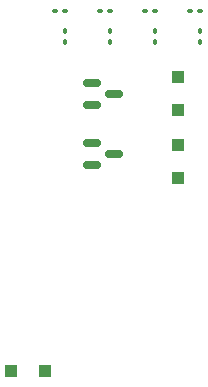
<source format=gbr>
%TF.GenerationSoftware,KiCad,Pcbnew,7.0.9*%
%TF.CreationDate,2025-03-23T17:44:29-04:00*%
%TF.ProjectId,Compact_Control,436f6d70-6163-4745-9f43-6f6e74726f6c,rev?*%
%TF.SameCoordinates,Original*%
%TF.FileFunction,Paste,Top*%
%TF.FilePolarity,Positive*%
%FSLAX46Y46*%
G04 Gerber Fmt 4.6, Leading zero omitted, Abs format (unit mm)*
G04 Created by KiCad (PCBNEW 7.0.9) date 2025-03-23 17:44:29*
%MOMM*%
%LPD*%
G01*
G04 APERTURE LIST*
G04 Aperture macros list*
%AMRoundRect*
0 Rectangle with rounded corners*
0 $1 Rounding radius*
0 $2 $3 $4 $5 $6 $7 $8 $9 X,Y pos of 4 corners*
0 Add a 4 corners polygon primitive as box body*
4,1,4,$2,$3,$4,$5,$6,$7,$8,$9,$2,$3,0*
0 Add four circle primitives for the rounded corners*
1,1,$1+$1,$2,$3*
1,1,$1+$1,$4,$5*
1,1,$1+$1,$6,$7*
1,1,$1+$1,$8,$9*
0 Add four rect primitives between the rounded corners*
20,1,$1+$1,$2,$3,$4,$5,0*
20,1,$1+$1,$4,$5,$6,$7,0*
20,1,$1+$1,$6,$7,$8,$9,0*
20,1,$1+$1,$8,$9,$2,$3,0*%
G04 Aperture macros list end*
%ADD10RoundRect,0.090000X-0.139000X-0.090000X0.139000X-0.090000X0.139000X0.090000X-0.139000X0.090000X0*%
%ADD11RoundRect,0.150000X-0.587500X-0.150000X0.587500X-0.150000X0.587500X0.150000X-0.587500X0.150000X0*%
%ADD12RoundRect,0.090000X-0.090000X0.139000X-0.090000X-0.139000X0.090000X-0.139000X0.090000X0.139000X0*%
%ADD13RoundRect,0.250000X-0.300000X-0.300000X0.300000X-0.300000X0.300000X0.300000X-0.300000X0.300000X0*%
%ADD14RoundRect,0.250000X0.300000X-0.300000X0.300000X0.300000X-0.300000X0.300000X-0.300000X-0.300000X0*%
G04 APERTURE END LIST*
D10*
%TO.C,D6*%
X10352738Y-1681960D03*
X11217738Y-1681960D03*
%TD*%
%TO.C,D4*%
X17972738Y-1681960D03*
X18837738Y-1681960D03*
%TD*%
D11*
%TO.C,Q2*%
X9645238Y-12796960D03*
X9645238Y-14696960D03*
X11520238Y-13746960D03*
%TD*%
D12*
%TO.C,R4*%
X7407738Y-3381960D03*
X7407738Y-4246960D03*
%TD*%
D11*
%TO.C,Q1*%
X9645238Y-7716960D03*
X9645238Y-9616960D03*
X11520238Y-8666960D03*
%TD*%
D12*
%TO.C,R1*%
X18837738Y-3381960D03*
X18837738Y-4246960D03*
%TD*%
D13*
%TO.C,D1*%
X2832738Y-32161960D03*
X5632738Y-32161960D03*
%TD*%
D12*
%TO.C,R3*%
X11217738Y-3381960D03*
X11217738Y-4246960D03*
%TD*%
D14*
%TO.C,D2*%
X16932738Y-10066960D03*
X16932738Y-7266960D03*
%TD*%
%TO.C,D3*%
X16932738Y-15781960D03*
X16932738Y-12981960D03*
%TD*%
D12*
%TO.C,R2*%
X15027738Y-3381960D03*
X15027738Y-4246960D03*
%TD*%
D10*
%TO.C,D5*%
X14162738Y-1681960D03*
X15027738Y-1681960D03*
%TD*%
%TO.C,D7*%
X6542738Y-1681960D03*
X7407738Y-1681960D03*
%TD*%
M02*

</source>
